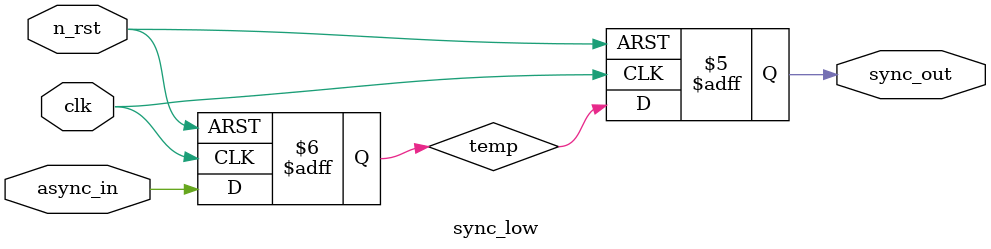
<source format=sv>

module sync_low (
	
	input wire clk,
	input wire n_rst,
	input wire async_in,
	output reg sync_out
);


reg temp;
	
always_ff @ (posedge clk, negedge n_rst)
begin
	if (1'b0 == n_rst)
		begin
			temp <= 0;
		end
	else
		begin
			temp <= async_in;
		end
end

always_ff @ (posedge clk, negedge n_rst)
begin
	if (1'b0 == n_rst)
		begin
			sync_out <= 0;
		end
	else
		begin
			sync_out <= temp;
		end
end

endmodule


</source>
